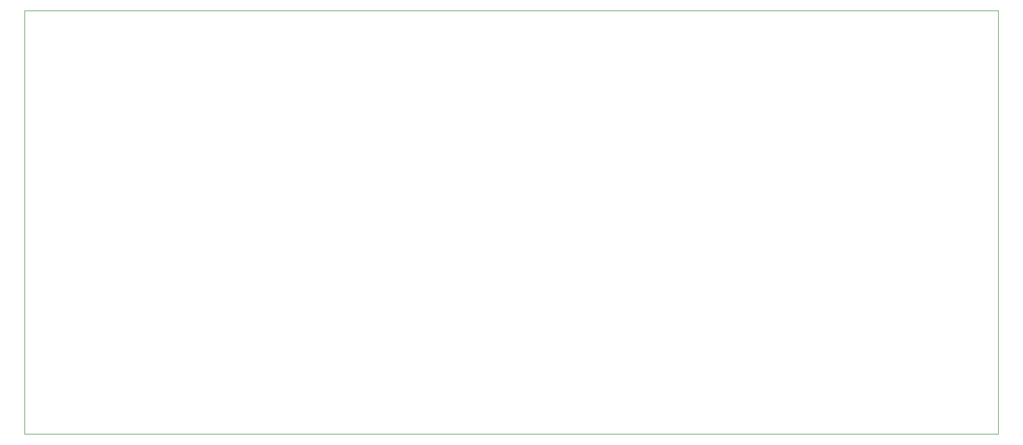
<source format=gbr>
%TF.GenerationSoftware,Altium Limited,Altium Designer,21.6.4 (81)*%
G04 Layer_Color=16711935*
%FSLAX26Y26*%
%MOIN*%
%TF.SameCoordinates,892991E7-994B-4F78-B437-02A20B6E2807*%
%TF.FilePolarity,Positive*%
%TF.FileFunction,Keep-out,Top*%
%TF.Part,Single*%
G01*
G75*
%TA.AperFunction,NonConductor*%
%ADD83C,0.010000*%
D83*
X0Y0D02*
Y7500000D01*
X17250000D01*
Y0D02*
Y7500000D01*
X0Y0D02*
X17250000D01*
%TF.MD5,79712e4e16005354b6c743eed64229f8*%
M02*

</source>
